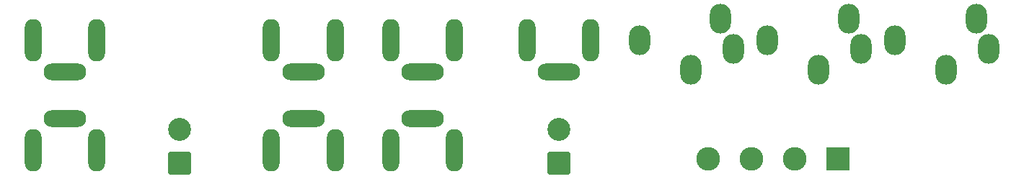
<source format=gbr>
%TF.GenerationSoftware,KiCad,Pcbnew,7.0.7*%
%TF.CreationDate,2023-09-16T18:41:48+02:00*%
%TF.ProjectId,dew_connector_pcb,6465775f-636f-46e6-9e65-63746f725f70,rev?*%
%TF.SameCoordinates,Original*%
%TF.FileFunction,Soldermask,Bot*%
%TF.FilePolarity,Negative*%
%FSLAX46Y46*%
G04 Gerber Fmt 4.6, Leading zero omitted, Abs format (unit mm)*
G04 Created by KiCad (PCBNEW 7.0.7) date 2023-09-16 18:41:48*
%MOMM*%
%LPD*%
G01*
G04 APERTURE LIST*
G04 Aperture macros list*
%AMRoundRect*
0 Rectangle with rounded corners*
0 $1 Rounding radius*
0 $2 $3 $4 $5 $6 $7 $8 $9 X,Y pos of 4 corners*
0 Add a 4 corners polygon primitive as box body*
4,1,4,$2,$3,$4,$5,$6,$7,$8,$9,$2,$3,0*
0 Add four circle primitives for the rounded corners*
1,1,$1+$1,$2,$3*
1,1,$1+$1,$4,$5*
1,1,$1+$1,$6,$7*
1,1,$1+$1,$8,$9*
0 Add four rect primitives between the rounded corners*
20,1,$1+$1,$2,$3,$4,$5,0*
20,1,$1+$1,$4,$5,$6,$7,0*
20,1,$1+$1,$6,$7,$8,$9,0*
20,1,$1+$1,$8,$9,$2,$3,0*%
G04 Aperture macros list end*
%ADD10O,2.000000X5.000000*%
%ADD11O,5.000000X2.000000*%
%ADD12O,2.500000X3.500000*%
%ADD13RoundRect,0.250001X1.099999X-1.099999X1.099999X1.099999X-1.099999X1.099999X-1.099999X-1.099999X0*%
%ADD14C,2.700000*%
%ADD15R,2.780000X2.780000*%
%ADD16C,2.780000*%
G04 APERTURE END LIST*
D10*
%TO.C,J23*%
X103750000Y-69000000D03*
D11*
X100000000Y-65250000D03*
D10*
X96250000Y-69000000D03*
%TD*%
%TO.C,J11*%
X61750000Y-69000000D03*
D11*
X58000000Y-65250000D03*
D10*
X54250000Y-69000000D03*
%TD*%
%TO.C,J30*%
X112250000Y-56000000D03*
D11*
X116000000Y-59750000D03*
D10*
X119750000Y-56000000D03*
%TD*%
%TO.C,J20*%
X82250000Y-56000000D03*
D11*
X86000000Y-59750000D03*
D10*
X89750000Y-56000000D03*
%TD*%
%TO.C,J21*%
X89750000Y-69000000D03*
D11*
X86000000Y-65250000D03*
D10*
X82250000Y-69000000D03*
%TD*%
%TO.C,J22*%
X96250000Y-56000000D03*
D11*
X100000000Y-59750000D03*
D10*
X103750000Y-56000000D03*
%TD*%
%TO.C,J10*%
X54250000Y-56000000D03*
D11*
X58000000Y-59750000D03*
D10*
X61750000Y-56000000D03*
%TD*%
D12*
%TO.C,J43*%
X136500000Y-57000000D03*
X125500000Y-56000000D03*
X135000000Y-53500000D03*
X131500000Y-59500000D03*
%TD*%
D13*
%TO.C,J12*%
X71500000Y-70500000D03*
D14*
X71500000Y-66540000D03*
%TD*%
D13*
%TO.C,J31*%
X116000000Y-70500000D03*
D14*
X116000000Y-66540000D03*
%TD*%
D15*
%TO.C,J40*%
X148740000Y-70000000D03*
D16*
X143660000Y-70000000D03*
X138580000Y-70000000D03*
X133500000Y-70000000D03*
%TD*%
D12*
%TO.C,J41*%
X166500000Y-57000000D03*
X155500000Y-56000000D03*
X165000000Y-53500000D03*
X161500000Y-59500000D03*
%TD*%
%TO.C,J42*%
X151500000Y-57000000D03*
X140500000Y-56000000D03*
X150000000Y-53500000D03*
X146500000Y-59500000D03*
%TD*%
M02*

</source>
